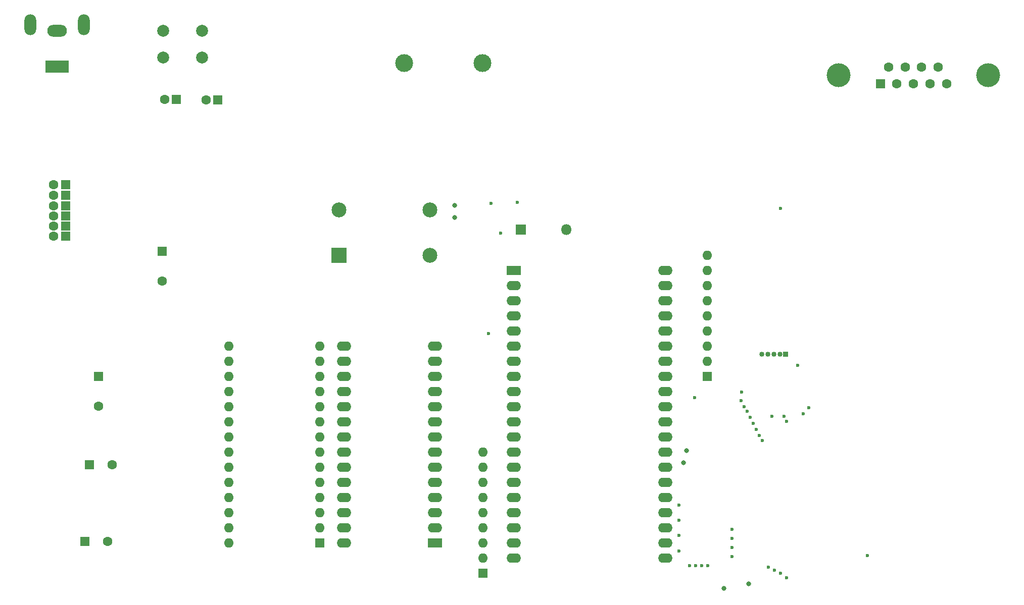
<source format=gbr>
%TF.GenerationSoftware,KiCad,Pcbnew,6.0.4-1.fc35*%
%TF.CreationDate,2022-04-12T19:23:18+05:30*%
%TF.ProjectId,8puter,38707574-6572-42e6-9b69-6361645f7063,rev?*%
%TF.SameCoordinates,Original*%
%TF.FileFunction,Copper,L3,Inr*%
%TF.FilePolarity,Positive*%
%FSLAX46Y46*%
G04 Gerber Fmt 4.6, Leading zero omitted, Abs format (unit mm)*
G04 Created by KiCad (PCBNEW 6.0.4-1.fc35) date 2022-04-12 19:23:18*
%MOMM*%
%LPD*%
G01*
G04 APERTURE LIST*
%TA.AperFunction,ComponentPad*%
%ADD10R,1.600000X1.600000*%
%TD*%
%TA.AperFunction,ComponentPad*%
%ADD11C,1.600000*%
%TD*%
%TA.AperFunction,ComponentPad*%
%ADD12R,0.850000X0.850000*%
%TD*%
%TA.AperFunction,ComponentPad*%
%ADD13O,0.850000X0.850000*%
%TD*%
%TA.AperFunction,ComponentPad*%
%ADD14C,3.000000*%
%TD*%
%TA.AperFunction,ComponentPad*%
%ADD15R,1.800000X1.800000*%
%TD*%
%TA.AperFunction,ComponentPad*%
%ADD16O,1.800000X1.800000*%
%TD*%
%TA.AperFunction,ComponentPad*%
%ADD17R,4.000000X2.000000*%
%TD*%
%TA.AperFunction,ComponentPad*%
%ADD18O,3.300000X2.000000*%
%TD*%
%TA.AperFunction,ComponentPad*%
%ADD19O,2.000000X3.500000*%
%TD*%
%TA.AperFunction,ComponentPad*%
%ADD20O,1.600000X1.600000*%
%TD*%
%TA.AperFunction,ComponentPad*%
%ADD21R,2.400000X1.600000*%
%TD*%
%TA.AperFunction,ComponentPad*%
%ADD22O,2.400000X1.600000*%
%TD*%
%TA.AperFunction,ComponentPad*%
%ADD23R,2.500000X2.500000*%
%TD*%
%TA.AperFunction,ComponentPad*%
%ADD24C,2.500000*%
%TD*%
%TA.AperFunction,ComponentPad*%
%ADD25C,2.000000*%
%TD*%
%TA.AperFunction,ComponentPad*%
%ADD26C,4.000000*%
%TD*%
%TA.AperFunction,ViaPad*%
%ADD27C,0.600000*%
%TD*%
%TA.AperFunction,ViaPad*%
%ADD28C,0.800000*%
%TD*%
G04 APERTURE END LIST*
D10*
%TO.N,/Power/PWR*%
%TO.C,C5*%
X67508000Y-74235000D03*
D11*
%TO.N,GND*%
X65508000Y-74235000D03*
%TD*%
D10*
%TO.N,Net-(PWREG1-Pad1)*%
%TO.C,C6*%
X67508000Y-72535000D03*
D11*
%TO.N,GND*%
X65508000Y-72535000D03*
%TD*%
D10*
%TO.N,Net-(PWREG1-Pad1)*%
%TO.C,C7*%
X67508000Y-70835000D03*
D11*
%TO.N,GND*%
X65508000Y-70835000D03*
%TD*%
D10*
%TO.N,Net-(C17-Pad1)*%
%TO.C,C8*%
X67508000Y-69135000D03*
D11*
%TO.N,GND*%
X65508000Y-69135000D03*
%TD*%
D10*
%TO.N,Net-(PWREG1-Pad1)*%
%TO.C,C19*%
X67508000Y-67335000D03*
D11*
%TO.N,GND*%
X65508000Y-67335000D03*
%TD*%
D10*
%TO.N,Net-(C17-Pad1)*%
%TO.C,C20*%
X67508000Y-65635000D03*
D11*
%TO.N,GND*%
X65508000Y-65635000D03*
%TD*%
D12*
%TO.N,/Bus Control/XO2_TMS*%
%TO.C,J4*%
X188208000Y-94035000D03*
D13*
%TO.N,/Bus Control/XO2_TCK*%
X187208000Y-94035000D03*
%TO.N,/Bus Control/XO2_TDI*%
X186208000Y-94035000D03*
%TO.N,GND*%
X185208000Y-94035000D03*
%TO.N,/Bus Control/XO2_TDO*%
X184208000Y-94035000D03*
%TD*%
D14*
%TO.N,unconnected-(J3-Pad5)*%
%TO.C,J3*%
X137378000Y-45185000D03*
X124238000Y-45185000D03*
%TD*%
D15*
%TO.N,/Bus Control/RDY_R*%
%TO.C,D1*%
X143798000Y-73135000D03*
D16*
%TO.N,RDY*%
X151418000Y-73135000D03*
%TD*%
D17*
%TO.N,/Power/PWR*%
%TO.C,J1*%
X66103000Y-45796000D03*
D18*
%TO.N,GND*%
X66103000Y-39796000D03*
D19*
%TO.N,N/C*%
X70603000Y-38796000D03*
X61603000Y-38796000D03*
%TD*%
D10*
%TO.N,+5V*%
%TO.C,C14*%
X70715349Y-125431000D03*
D11*
%TO.N,GND*%
X74515349Y-125431000D03*
%TD*%
D10*
%TO.N,GND*%
%TO.C,RP2*%
X137415000Y-130780000D03*
D20*
%TO.N,ADDR11*%
X137415000Y-128240000D03*
%TO.N,ADDR10*%
X137415000Y-125700000D03*
%TO.N,ADDR9*%
X137415000Y-123160000D03*
%TO.N,ADDR8*%
X137415000Y-120620000D03*
%TO.N,ADDR7*%
X137415000Y-118080000D03*
%TO.N,ADDR6*%
X137415000Y-115540000D03*
%TO.N,ADDR5*%
X137415000Y-113000000D03*
%TO.N,ADDR4*%
X137415000Y-110460000D03*
%TD*%
D10*
%TO.N,+5V*%
%TO.C,C13*%
X71477349Y-112604000D03*
D11*
%TO.N,GND*%
X75277349Y-112604000D03*
%TD*%
D10*
%TO.N,/Power/PWR*%
%TO.C,C3*%
X83708000Y-76732349D03*
D11*
%TO.N,GND*%
X83708000Y-81732349D03*
%TD*%
D10*
%TO.N,/Power/PWR*%
%TO.C,C3*%
X73026000Y-97755349D03*
D11*
%TO.N,GND*%
X73026000Y-102755349D03*
%TD*%
D10*
%TO.N,Net-(C17-Pad1)*%
%TO.C,C17*%
X86087000Y-51267000D03*
D11*
%TO.N,GND*%
X84087000Y-51267000D03*
%TD*%
D21*
%TO.N,unconnected-(CPU1-Pad1)*%
%TO.C,CPU1*%
X142622000Y-79970000D03*
D22*
%TO.N,RDY*%
X142622000Y-82510000D03*
%TO.N,Net-(CPU1-Pad3)*%
X142622000Y-85050000D03*
%TO.N,~{IRQ}*%
X142622000Y-87590000D03*
%TO.N,unconnected-(CPU1-Pad5)*%
X142622000Y-90130000D03*
%TO.N,~{NMI}*%
X142622000Y-92670000D03*
%TO.N,VPA*%
X142622000Y-95210000D03*
%TO.N,+5V*%
X142622000Y-97750000D03*
%TO.N,ADDR0*%
X142622000Y-100290000D03*
%TO.N,ADDR1*%
X142622000Y-102830000D03*
%TO.N,ADDR2*%
X142622000Y-105370000D03*
%TO.N,ADDR3*%
X142622000Y-107910000D03*
%TO.N,ADDR4*%
X142622000Y-110450000D03*
%TO.N,ADDR5*%
X142622000Y-112990000D03*
%TO.N,ADDR6*%
X142622000Y-115530000D03*
%TO.N,ADDR7*%
X142622000Y-118070000D03*
%TO.N,ADDR8*%
X142622000Y-120610000D03*
%TO.N,ADDR9*%
X142622000Y-123150000D03*
%TO.N,ADDR10*%
X142622000Y-125690000D03*
%TO.N,ADDR11*%
X142622000Y-128230000D03*
%TO.N,GND*%
X168022000Y-128230000D03*
%TO.N,ADDR12*%
X168022000Y-125690000D03*
%TO.N,ADDR13*%
X168022000Y-123150000D03*
%TO.N,ADDR14*%
X168022000Y-120610000D03*
%TO.N,ADDR15*%
X168022000Y-118070000D03*
%TO.N,/DBA7*%
X168022000Y-115530000D03*
%TO.N,/DBA6*%
X168022000Y-112990000D03*
%TO.N,/DBA5*%
X168022000Y-110450000D03*
%TO.N,/DBA4*%
X168022000Y-107910000D03*
%TO.N,/DBA3*%
X168022000Y-105370000D03*
%TO.N,/DBA2*%
X168022000Y-102830000D03*
%TO.N,/DBA1*%
X168022000Y-100290000D03*
%TO.N,/DBA0*%
X168022000Y-97750000D03*
%TO.N,CPU_R~{W}*%
X168022000Y-95210000D03*
%TO.N,EMU*%
X168022000Y-92670000D03*
%TO.N,BE*%
X168022000Y-90130000D03*
%TO.N,CLOCK*%
X168022000Y-87590000D03*
%TO.N,unconnected-(CPU1-Pad38)*%
X168022000Y-85050000D03*
%TO.N,VDA*%
X168022000Y-82510000D03*
%TO.N,RESET*%
X168022000Y-79970000D03*
%TD*%
D23*
%TO.N,unconnected-(CRYSTAL0-Pad1)*%
%TO.C,CRYSTAL0*%
X113288000Y-77445000D03*
D24*
%TO.N,GND*%
X128528000Y-77445000D03*
%TO.N,/Clock/CRYSTAL*%
X128528000Y-69825000D03*
%TO.N,+5V*%
X113288000Y-69825000D03*
%TD*%
D10*
%TO.N,/Power/PWR*%
%TO.C,C1*%
X93040000Y-51394000D03*
D11*
%TO.N,GND*%
X91040000Y-51394000D03*
%TD*%
D10*
%TO.N,ADDR14*%
%TO.C,SRAM1*%
X110115000Y-125675000D03*
D20*
%TO.N,ADDR12*%
X110115000Y-123135000D03*
%TO.N,ADDR7*%
X110115000Y-120595000D03*
%TO.N,ADDR6*%
X110115000Y-118055000D03*
%TO.N,ADDR5*%
X110115000Y-115515000D03*
%TO.N,ADDR4*%
X110115000Y-112975000D03*
%TO.N,ADDR3*%
X110115000Y-110435000D03*
%TO.N,ADDR2*%
X110115000Y-107895000D03*
%TO.N,ADDR1*%
X110115000Y-105355000D03*
%TO.N,ADDR0*%
X110115000Y-102815000D03*
%TO.N,DATA0*%
X110115000Y-100275000D03*
%TO.N,DATA1*%
X110115000Y-97735000D03*
%TO.N,DATA2*%
X110115000Y-95195000D03*
%TO.N,GND*%
X110115000Y-92655000D03*
%TO.N,DATA3*%
X94875000Y-92655000D03*
%TO.N,DATA4*%
X94875000Y-95195000D03*
%TO.N,DATA5*%
X94875000Y-97735000D03*
%TO.N,DATA6*%
X94875000Y-100275000D03*
%TO.N,DATA7*%
X94875000Y-102815000D03*
%TO.N,/Memory Unit/~{SRAM_CS}*%
X94875000Y-105355000D03*
%TO.N,ADDR10*%
X94875000Y-107895000D03*
%TO.N,~{READ}*%
X94875000Y-110435000D03*
%TO.N,ADDR11*%
X94875000Y-112975000D03*
%TO.N,ADDR9*%
X94875000Y-115515000D03*
%TO.N,ADDR8*%
X94875000Y-118055000D03*
%TO.N,ADDR13*%
X94875000Y-120595000D03*
%TO.N,~{WRITE}*%
X94875000Y-123135000D03*
%TO.N,+5V*%
X94875000Y-125675000D03*
%TD*%
D21*
%TO.N,ADDR14*%
%TO.C,ROM1*%
X129394000Y-125675000D03*
D22*
%TO.N,ADDR12*%
X129394000Y-123135000D03*
%TO.N,ADDR7*%
X129394000Y-120595000D03*
%TO.N,ADDR6*%
X129394000Y-118055000D03*
%TO.N,ADDR5*%
X129394000Y-115515000D03*
%TO.N,ADDR4*%
X129394000Y-112975000D03*
%TO.N,ADDR3*%
X129394000Y-110435000D03*
%TO.N,ADDR2*%
X129394000Y-107895000D03*
%TO.N,ADDR1*%
X129394000Y-105355000D03*
%TO.N,ADDR0*%
X129394000Y-102815000D03*
%TO.N,DATA0*%
X129394000Y-100275000D03*
%TO.N,DATA1*%
X129394000Y-97735000D03*
%TO.N,DATA2*%
X129394000Y-95195000D03*
%TO.N,GND*%
X129394000Y-92655000D03*
%TO.N,DATA3*%
X114154000Y-92655000D03*
%TO.N,DATA4*%
X114154000Y-95195000D03*
%TO.N,DATA5*%
X114154000Y-97735000D03*
%TO.N,DATA6*%
X114154000Y-100275000D03*
%TO.N,DATA7*%
X114154000Y-102815000D03*
%TO.N,/Memory Unit/~{ROM_CS}*%
X114154000Y-105355000D03*
%TO.N,ADDR10*%
X114154000Y-107895000D03*
%TO.N,~{READ}*%
X114154000Y-110435000D03*
%TO.N,ADDR11*%
X114154000Y-112975000D03*
%TO.N,ADDR9*%
X114154000Y-115515000D03*
%TO.N,ADDR8*%
X114154000Y-118055000D03*
%TO.N,ADDR13*%
X114154000Y-120595000D03*
%TO.N,Net-(R2-Pad2)*%
X114154000Y-123135000D03*
%TO.N,+5V*%
X114154000Y-125675000D03*
%TD*%
D10*
%TO.N,GND*%
%TO.C,RP1*%
X175007000Y-97745000D03*
D20*
%TO.N,DATA0*%
X175007000Y-95205000D03*
%TO.N,DATA1*%
X175007000Y-92665000D03*
%TO.N,DATA2*%
X175007000Y-90125000D03*
%TO.N,DATA3*%
X175007000Y-87585000D03*
%TO.N,DATA4*%
X175007000Y-85045000D03*
%TO.N,DATA5*%
X175007000Y-82505000D03*
%TO.N,DATA6*%
X175007000Y-79965000D03*
%TO.N,DATA7*%
X175007000Y-77425000D03*
%TD*%
D25*
%TO.N,GND*%
%TO.C,SW1*%
X83853000Y-39746000D03*
X90353000Y-39746000D03*
%TO.N,Net-(C11-Pad1)*%
X83853000Y-44246000D03*
X90353000Y-44246000D03*
%TD*%
D26*
%TO.N,N/C*%
%TO.C,J2*%
X222098000Y-47245331D03*
X197098000Y-47245331D03*
D10*
%TO.N,unconnected-(J2-Pad1)*%
X204058000Y-48665331D03*
D11*
%TO.N,unconnected-(J2-Pad2)*%
X206828000Y-48665331D03*
%TO.N,unconnected-(J2-Pad3)*%
X209598000Y-48665331D03*
%TO.N,unconnected-(J2-Pad4)*%
X212368000Y-48665331D03*
%TO.N,unconnected-(J2-Pad5)*%
X215138000Y-48665331D03*
%TO.N,unconnected-(J2-Pad6)*%
X205443000Y-45825331D03*
%TO.N,unconnected-(J2-Pad7)*%
X208213000Y-45825331D03*
%TO.N,unconnected-(J2-Pad8)*%
X210983000Y-45825331D03*
%TO.N,unconnected-(J2-Pad9)*%
X213753000Y-45825331D03*
%TD*%
D27*
%TO.N,CLOCK*%
X188308000Y-105335000D03*
X187308000Y-69535000D03*
%TO.N,/Bus Control/~{RDY_R}*%
X190208000Y-95935000D03*
X143208000Y-68535000D03*
%TO.N,VPA*%
X191108000Y-104035000D03*
%TO.N,VDA*%
X192108000Y-103035000D03*
%TO.N,/Bus Control/CPU_W~{R}*%
X185908000Y-104435000D03*
X180808000Y-100435000D03*
X187908000Y-104435000D03*
X172908000Y-101335000D03*
%TO.N,/Bus Control/RDY_R*%
X140408000Y-73735000D03*
X138808000Y-68735000D03*
D28*
%TO.N,GND*%
X171578000Y-110191000D03*
X171070000Y-112223000D03*
D27*
%TO.N,DATA7*%
X184278000Y-108544000D03*
%TO.N,DATA6*%
X183770000Y-107651000D03*
X183262000Y-106635000D03*
%TO.N,DATA4*%
X182754000Y-105619000D03*
X138408000Y-90535000D03*
%TO.N,DATA3*%
X182246000Y-104603000D03*
%TO.N,DATA2*%
X181738000Y-103587000D03*
%TO.N,DATA1*%
X181208000Y-102835000D03*
%TO.N,DATA0*%
X180722000Y-101809000D03*
%TO.N,ADDR14*%
X179198000Y-124923000D03*
X170308000Y-121875000D03*
%TO.N,ADDR12*%
X170308000Y-127082000D03*
X179198000Y-127971000D03*
%TO.N,ADDR13*%
X179198000Y-126447000D03*
X170308000Y-124415000D03*
%TO.N,ADDR15*%
X201892000Y-127844000D03*
X179198000Y-123399000D03*
X170308000Y-119335000D03*
D28*
%TO.N,+5V*%
X177801000Y-133305000D03*
X181996299Y-132538701D03*
X132708000Y-71135000D03*
X132708000Y-69035000D03*
D27*
%TO.N,ADDR23*%
X188342000Y-131527000D03*
X172086000Y-129495000D03*
%TO.N,ADDR22*%
X187326000Y-130802500D03*
X173110598Y-129495000D03*
%TO.N,ADDR21*%
X174130897Y-129499299D03*
X186310000Y-130294500D03*
%TO.N,ADDR20*%
X185294000Y-129786500D03*
X175155420Y-129499223D03*
%TD*%
M02*

</source>
